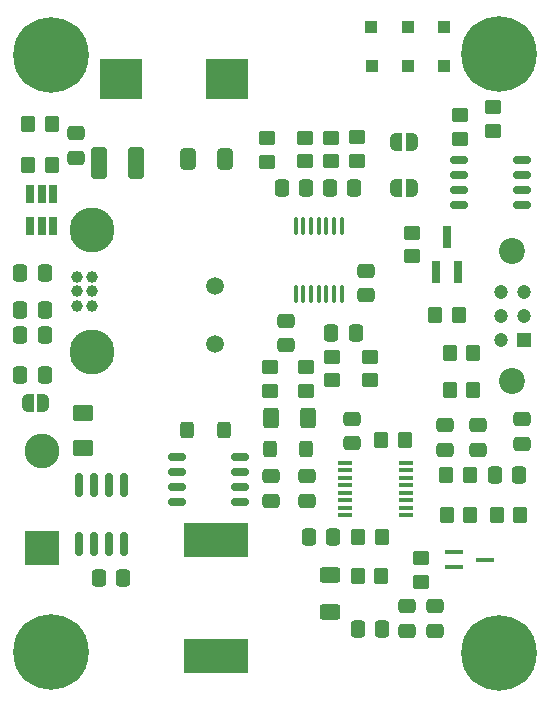
<source format=gbr>
%TF.GenerationSoftware,KiCad,Pcbnew,7.0.9*%
%TF.CreationDate,2024-03-27T18:15:39-04:00*%
%TF.ProjectId,charging_on_the_pad,63686172-6769-46e6-975f-6f6e5f746865,rev?*%
%TF.SameCoordinates,Original*%
%TF.FileFunction,Soldermask,Bot*%
%TF.FilePolarity,Negative*%
%FSLAX46Y46*%
G04 Gerber Fmt 4.6, Leading zero omitted, Abs format (unit mm)*
G04 Created by KiCad (PCBNEW 7.0.9) date 2024-03-27 18:15:39*
%MOMM*%
%LPD*%
G01*
G04 APERTURE LIST*
G04 Aperture macros list*
%AMRoundRect*
0 Rectangle with rounded corners*
0 $1 Rounding radius*
0 $2 $3 $4 $5 $6 $7 $8 $9 X,Y pos of 4 corners*
0 Add a 4 corners polygon primitive as box body*
4,1,4,$2,$3,$4,$5,$6,$7,$8,$9,$2,$3,0*
0 Add four circle primitives for the rounded corners*
1,1,$1+$1,$2,$3*
1,1,$1+$1,$4,$5*
1,1,$1+$1,$6,$7*
1,1,$1+$1,$8,$9*
0 Add four rect primitives between the rounded corners*
20,1,$1+$1,$2,$3,$4,$5,0*
20,1,$1+$1,$4,$5,$6,$7,0*
20,1,$1+$1,$6,$7,$8,$9,0*
20,1,$1+$1,$8,$9,$2,$3,0*%
%AMFreePoly0*
4,1,19,0.500000,-0.750000,0.000000,-0.750000,0.000000,-0.744911,-0.071157,-0.744911,-0.207708,-0.704816,-0.327430,-0.627875,-0.420627,-0.520320,-0.479746,-0.390866,-0.500000,-0.250000,-0.500000,0.250000,-0.479746,0.390866,-0.420627,0.520320,-0.327430,0.627875,-0.207708,0.704816,-0.071157,0.744911,0.000000,0.744911,0.000000,0.750000,0.500000,0.750000,0.500000,-0.750000,0.500000,-0.750000,
$1*%
%AMFreePoly1*
4,1,19,0.000000,0.744911,0.071157,0.744911,0.207708,0.704816,0.327430,0.627875,0.420627,0.520320,0.479746,0.390866,0.500000,0.250000,0.500000,-0.250000,0.479746,-0.390866,0.420627,-0.520320,0.327430,-0.627875,0.207708,-0.704816,0.071157,-0.744911,0.000000,-0.744911,0.000000,-0.750000,-0.500000,-0.750000,-0.500000,0.750000,0.000000,0.750000,0.000000,0.744911,0.000000,0.744911,
$1*%
G04 Aperture macros list end*
%ADD10C,3.800000*%
%ADD11C,1.000000*%
%ADD12RoundRect,0.102000X1.371600X-1.371600X1.371600X1.371600X-1.371600X1.371600X-1.371600X-1.371600X0*%
%ADD13C,2.947200*%
%ADD14C,1.500000*%
%ADD15C,2.200000*%
%ADD16R,1.200000X1.200000*%
%ADD17C,1.200000*%
%ADD18C,6.400000*%
%ADD19RoundRect,0.250000X-0.350000X-0.450000X0.350000X-0.450000X0.350000X0.450000X-0.350000X0.450000X0*%
%ADD20RoundRect,0.250000X0.350000X0.450000X-0.350000X0.450000X-0.350000X-0.450000X0.350000X-0.450000X0*%
%ADD21RoundRect,0.250000X-0.475000X0.337500X-0.475000X-0.337500X0.475000X-0.337500X0.475000X0.337500X0*%
%ADD22RoundRect,0.250000X0.450000X-0.350000X0.450000X0.350000X-0.450000X0.350000X-0.450000X-0.350000X0*%
%ADD23RoundRect,0.250000X-0.337500X-0.475000X0.337500X-0.475000X0.337500X0.475000X-0.337500X0.475000X0*%
%ADD24RoundRect,0.250000X-0.450000X0.350000X-0.450000X-0.350000X0.450000X-0.350000X0.450000X0.350000X0*%
%ADD25RoundRect,0.250000X0.475000X-0.337500X0.475000X0.337500X-0.475000X0.337500X-0.475000X-0.337500X0*%
%ADD26R,3.550000X3.500000*%
%ADD27R,1.200000X0.400000*%
%ADD28RoundRect,0.250000X-0.400000X-0.625000X0.400000X-0.625000X0.400000X0.625000X-0.400000X0.625000X0*%
%ADD29RoundRect,0.300000X-0.300000X-0.400000X0.300000X-0.400000X0.300000X0.400000X-0.300000X0.400000X0*%
%ADD30RoundRect,0.250000X-0.412500X-0.650000X0.412500X-0.650000X0.412500X0.650000X-0.412500X0.650000X0*%
%ADD31RoundRect,0.250000X-0.625000X0.400000X-0.625000X-0.400000X0.625000X-0.400000X0.625000X0.400000X0*%
%ADD32RoundRect,0.250000X0.337500X0.475000X-0.337500X0.475000X-0.337500X-0.475000X0.337500X-0.475000X0*%
%ADD33R,0.800000X1.900000*%
%ADD34R,1.500000X0.450000*%
%ADD35R,1.000000X1.000000*%
%ADD36RoundRect,0.150000X0.150000X-0.825000X0.150000X0.825000X-0.150000X0.825000X-0.150000X-0.825000X0*%
%ADD37RoundRect,0.300000X0.300000X0.400000X-0.300000X0.400000X-0.300000X-0.400000X0.300000X-0.400000X0*%
%ADD38RoundRect,0.250000X0.412500X1.100000X-0.412500X1.100000X-0.412500X-1.100000X0.412500X-1.100000X0*%
%ADD39RoundRect,0.150000X-0.600000X-0.150000X0.600000X-0.150000X0.600000X0.150000X-0.600000X0.150000X0*%
%ADD40RoundRect,0.150000X0.600000X0.150000X-0.600000X0.150000X-0.600000X-0.150000X0.600000X-0.150000X0*%
%ADD41RoundRect,0.100000X0.100000X-0.637500X0.100000X0.637500X-0.100000X0.637500X-0.100000X-0.637500X0*%
%ADD42RoundRect,0.250001X-0.624999X0.462499X-0.624999X-0.462499X0.624999X-0.462499X0.624999X0.462499X0*%
%ADD43R,0.650000X1.560000*%
%ADD44R,5.400000X2.900000*%
%ADD45FreePoly0,180.000000*%
%ADD46FreePoly1,180.000000*%
%ADD47FreePoly0,0.000000*%
%ADD48FreePoly1,0.000000*%
G04 APERTURE END LIST*
D10*
%TO.C,J1*%
X137820400Y-94373400D03*
X137820400Y-104673400D03*
D11*
X137820400Y-100773400D03*
X137820400Y-99523400D03*
X137820400Y-98273400D03*
X136570400Y-100773400D03*
X136570400Y-99523400D03*
X136570400Y-98273400D03*
%TD*%
D12*
%TO.C,J3*%
X133604000Y-121259600D03*
D13*
X133604000Y-113004600D03*
%TD*%
D14*
%TO.C,Y1*%
X148234400Y-103973800D03*
X148234400Y-99093800D03*
%TD*%
D15*
%TO.C,J4*%
X173415200Y-107106600D03*
X173415200Y-96106600D03*
D16*
X174415200Y-103606600D03*
D17*
X174415200Y-101606600D03*
X174415200Y-99606600D03*
X172415200Y-103606600D03*
X172415200Y-101606600D03*
X172415200Y-99606600D03*
%TD*%
D18*
%TO.C,H3*%
X134352117Y-79506364D03*
%TD*%
%TO.C,H1*%
X172258924Y-130175000D03*
%TD*%
%TO.C,H4*%
X172262170Y-79437569D03*
%TD*%
%TO.C,H2*%
X134344427Y-130073035D03*
%TD*%
D19*
%TO.C,R11*%
X172101400Y-118429000D03*
X174101400Y-118429000D03*
%TD*%
D20*
%TO.C,R15*%
X169834200Y-115050800D03*
X167834200Y-115050800D03*
%TD*%
D21*
%TO.C,C11*%
X167716600Y-110863700D03*
X167716600Y-112938700D03*
%TD*%
D22*
%TO.C,R29*%
X158165800Y-107055150D03*
X158165800Y-105055150D03*
%TD*%
D23*
%TO.C,C4*%
X138383100Y-123827950D03*
X140458100Y-123827950D03*
%TD*%
D24*
%TO.C,R39*%
X171805600Y-83937600D03*
X171805600Y-85937600D03*
%TD*%
D25*
%TO.C,C14*%
X164497200Y-128254900D03*
X164497200Y-126179900D03*
%TD*%
D26*
%TO.C,L3*%
X140277250Y-81508600D03*
X149227250Y-81508600D03*
%TD*%
D20*
%TO.C,R40*%
X170113932Y-104724200D03*
X168113932Y-104724200D03*
%TD*%
D23*
%TO.C,C8*%
X156163500Y-120334000D03*
X158238500Y-120334000D03*
%TD*%
D27*
%TO.C,U3*%
X164433000Y-114060200D03*
X164433000Y-114695200D03*
X164433000Y-115330200D03*
X164433000Y-115965200D03*
X164433000Y-116600200D03*
X164433000Y-117235200D03*
X164433000Y-117870200D03*
X164433000Y-118505200D03*
X159233000Y-118505200D03*
X159233000Y-117870200D03*
X159233000Y-117235200D03*
X159233000Y-116600200D03*
X159233000Y-115965200D03*
X159233000Y-115330200D03*
X159233000Y-114695200D03*
X159233000Y-114060200D03*
%TD*%
D28*
%TO.C,R24*%
X152995700Y-110261400D03*
X156095700Y-110261400D03*
%TD*%
D29*
%TO.C,D5*%
X145867600Y-111252000D03*
X148967600Y-111252000D03*
%TD*%
D24*
%TO.C,R38*%
X168961532Y-84623400D03*
X168961532Y-86623400D03*
%TD*%
D30*
%TO.C,R23*%
X145986100Y-88290400D03*
X149111100Y-88290400D03*
%TD*%
D31*
%TO.C,R16*%
X157988400Y-123584600D03*
X157988400Y-126684600D03*
%TD*%
D32*
%TO.C,C12*%
X173986500Y-115050800D03*
X171911500Y-115050800D03*
%TD*%
D23*
%TO.C,C22*%
X131757600Y-103251000D03*
X133832600Y-103251000D03*
%TD*%
D33*
%TO.C,Q7*%
X168844732Y-97918400D03*
X166944732Y-97918400D03*
X167894732Y-94918400D03*
%TD*%
D23*
%TO.C,C18*%
X131753700Y-97942400D03*
X133828700Y-97942400D03*
%TD*%
D24*
%TO.C,R28*%
X161340800Y-105055150D03*
X161340800Y-107055150D03*
%TD*%
%TO.C,R35*%
X152679400Y-86563950D03*
X152679400Y-88563950D03*
%TD*%
D34*
%TO.C,Q1*%
X168443600Y-122900200D03*
X168443600Y-121600200D03*
X171103600Y-122250200D03*
%TD*%
D35*
%TO.C,I_13*%
X161489200Y-77161600D03*
%TD*%
D36*
%TO.C,U2*%
X140512800Y-120904000D03*
X139242800Y-120904000D03*
X137972800Y-120904000D03*
X136702800Y-120904000D03*
X136702800Y-115954000D03*
X137972800Y-115954000D03*
X139242800Y-115954000D03*
X140512800Y-115954000D03*
%TD*%
D37*
%TO.C,D4*%
X155957400Y-112917200D03*
X152857400Y-112917200D03*
%TD*%
D25*
%TO.C,C5*%
X152958800Y-117256700D03*
X152958800Y-115181700D03*
%TD*%
D38*
%TO.C,C27*%
X141541900Y-88646000D03*
X138416900Y-88646000D03*
%TD*%
D25*
%TO.C,C7*%
X156058000Y-117256700D03*
X156058000Y-115181700D03*
%TD*%
D32*
%TO.C,C34*%
X160037600Y-90805000D03*
X157962600Y-90805000D03*
%TD*%
D39*
%TO.C,Q8*%
X168904732Y-89706400D03*
X168904732Y-90976400D03*
X168904732Y-92246400D03*
X168904732Y-88436400D03*
X174265732Y-88436400D03*
X174265732Y-89706400D03*
X174265732Y-90976400D03*
X174265732Y-92246400D03*
%TD*%
D32*
%TO.C,C32*%
X160143100Y-103032550D03*
X158068100Y-103032550D03*
%TD*%
D21*
%TO.C,C10*%
X174218600Y-110366900D03*
X174218600Y-112441900D03*
%TD*%
D20*
%TO.C,R13*%
X162315800Y-123610600D03*
X160315800Y-123610600D03*
%TD*%
D35*
%TO.C,I_CH*%
X164539200Y-77161600D03*
%TD*%
%TO.C,ENC*%
X167589200Y-77161600D03*
%TD*%
D20*
%TO.C,R37*%
X168894732Y-101498400D03*
X166894732Y-101498400D03*
%TD*%
D35*
%TO.C,I_5*%
X164543200Y-80441800D03*
%TD*%
D23*
%TO.C,C16*%
X131753700Y-101117400D03*
X133828700Y-101117400D03*
%TD*%
D21*
%TO.C,C33*%
X154228800Y-102035700D03*
X154228800Y-104110700D03*
%TD*%
%TO.C,C6*%
X159867600Y-110316100D03*
X159867600Y-112391100D03*
%TD*%
D24*
%TO.C,R34*%
X155879800Y-86513150D03*
X155879800Y-88513150D03*
%TD*%
D35*
%TO.C,GND*%
X161493200Y-80441800D03*
%TD*%
%TO.C,EN5*%
X167593200Y-80441800D03*
%TD*%
D21*
%TO.C,C31*%
X161010600Y-97792850D03*
X161010600Y-99867850D03*
%TD*%
D19*
%TO.C,R12*%
X160341200Y-120334000D03*
X162341200Y-120334000D03*
%TD*%
D40*
%TO.C,Q2*%
X150386200Y-116078000D03*
X150386200Y-114808000D03*
X150386200Y-113538000D03*
X150386200Y-117348000D03*
X145025200Y-117348000D03*
X145025200Y-116078000D03*
X145025200Y-114808000D03*
X145025200Y-113538000D03*
%TD*%
D24*
%TO.C,R33*%
X158089600Y-86513150D03*
X158089600Y-88513150D03*
%TD*%
D41*
%TO.C,U7*%
X158972800Y-99722850D03*
X158322800Y-99722850D03*
X157672800Y-99722850D03*
X157022800Y-99722850D03*
X156372800Y-99722850D03*
X155722800Y-99722850D03*
X155072800Y-99722850D03*
X155072800Y-93997850D03*
X155722800Y-93997850D03*
X156372800Y-93997850D03*
X157022800Y-93997850D03*
X157672800Y-93997850D03*
X158322800Y-93997850D03*
X158972800Y-93997850D03*
%TD*%
D42*
%TO.C,F1*%
X137058400Y-109840700D03*
X137058400Y-112815700D03*
%TD*%
D24*
%TO.C,R9*%
X165710000Y-122139200D03*
X165710000Y-124139200D03*
%TD*%
D43*
%TO.C,U5*%
X134503200Y-94009200D03*
X133553200Y-94009200D03*
X132603200Y-94009200D03*
X132603200Y-91309200D03*
X133553200Y-91309200D03*
X134503200Y-91309200D03*
%TD*%
D24*
%TO.C,R31*%
X152857200Y-105959400D03*
X152857200Y-107959400D03*
%TD*%
D21*
%TO.C,C25*%
X136499600Y-86160700D03*
X136499600Y-88235700D03*
%TD*%
D20*
%TO.C,R22*%
X134426200Y-88823800D03*
X132426200Y-88823800D03*
%TD*%
D24*
%TO.C,R36*%
X164922932Y-94554800D03*
X164922932Y-96554800D03*
%TD*%
D19*
%TO.C,R10*%
X167859600Y-118429000D03*
X169859600Y-118429000D03*
%TD*%
D44*
%TO.C,L1*%
X148361800Y-120540200D03*
X148361800Y-130440200D03*
%TD*%
D19*
%TO.C,R14*%
X162283800Y-112125000D03*
X164283800Y-112125000D03*
%TD*%
D45*
%TO.C,5V2M1*%
X164876732Y-86918800D03*
D46*
X163576732Y-86918800D03*
%TD*%
D22*
%TO.C,R30*%
X155981400Y-107959400D03*
X155981400Y-105959400D03*
%TD*%
D25*
%TO.C,C9*%
X170535600Y-112924500D03*
X170535600Y-110849500D03*
%TD*%
D20*
%TO.C,R21*%
X134426200Y-85344000D03*
X132426200Y-85344000D03*
%TD*%
D47*
%TO.C,24VI1*%
X132369800Y-108966000D03*
D48*
X133669800Y-108966000D03*
%TD*%
D45*
%TO.C,BATT2M1*%
X164884532Y-90795200D03*
D46*
X163584532Y-90795200D03*
%TD*%
D23*
%TO.C,C20*%
X131757600Y-106629200D03*
X133832600Y-106629200D03*
%TD*%
%TO.C,C35*%
X153902500Y-90779600D03*
X155977500Y-90779600D03*
%TD*%
D20*
%TO.C,R41*%
X170113200Y-107873800D03*
X168113200Y-107873800D03*
%TD*%
D32*
%TO.C,C15*%
X162404100Y-128106400D03*
X160329100Y-128106400D03*
%TD*%
D22*
%TO.C,R32*%
X160299400Y-88487750D03*
X160299400Y-86487750D03*
%TD*%
D25*
%TO.C,C13*%
X166903400Y-128266100D03*
X166903400Y-126191100D03*
%TD*%
M02*

</source>
